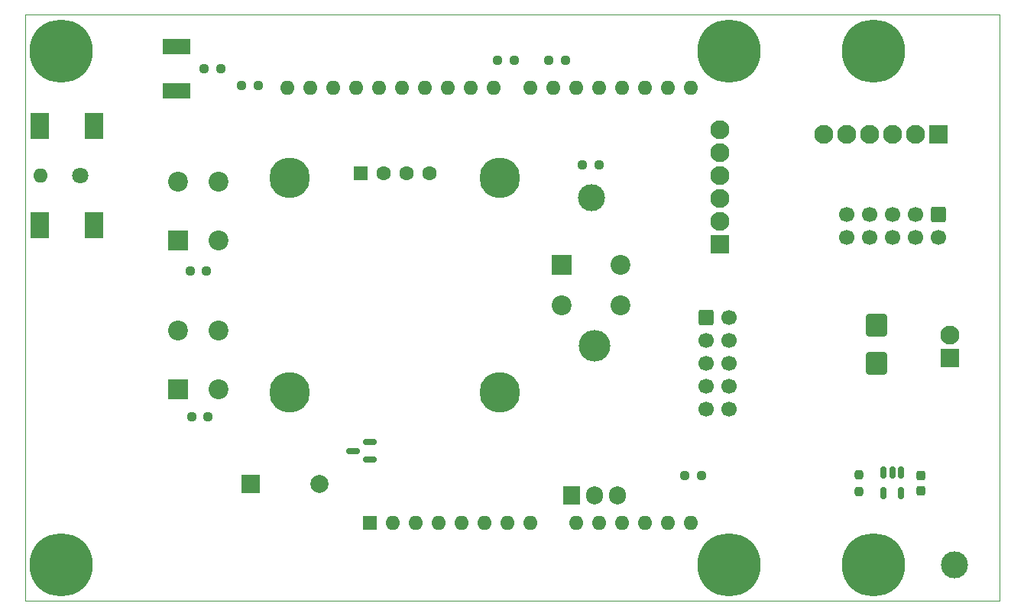
<source format=gbr>
%TF.GenerationSoftware,KiCad,Pcbnew,7.0.5*%
%TF.CreationDate,2024-03-02T19:22:21-05:00*%
%TF.ProjectId,moonratII,6d6f6f6e-7261-4744-9949-2e6b69636164,1.0*%
%TF.SameCoordinates,Original*%
%TF.FileFunction,Soldermask,Top*%
%TF.FilePolarity,Negative*%
%FSLAX46Y46*%
G04 Gerber Fmt 4.6, Leading zero omitted, Abs format (unit mm)*
G04 Created by KiCad (PCBNEW 7.0.5) date 2024-03-02 19:22:21*
%MOMM*%
%LPD*%
G01*
G04 APERTURE LIST*
G04 Aperture macros list*
%AMRoundRect*
0 Rectangle with rounded corners*
0 $1 Rounding radius*
0 $2 $3 $4 $5 $6 $7 $8 $9 X,Y pos of 4 corners*
0 Add a 4 corners polygon primitive as box body*
4,1,4,$2,$3,$4,$5,$6,$7,$8,$9,$2,$3,0*
0 Add four circle primitives for the rounded corners*
1,1,$1+$1,$2,$3*
1,1,$1+$1,$4,$5*
1,1,$1+$1,$6,$7*
1,1,$1+$1,$8,$9*
0 Add four rect primitives between the rounded corners*
20,1,$1+$1,$2,$3,$4,$5,0*
20,1,$1+$1,$4,$5,$6,$7,0*
20,1,$1+$1,$6,$7,$8,$9,0*
20,1,$1+$1,$8,$9,$2,$3,0*%
G04 Aperture macros list end*
%ADD10C,0.800000*%
%ADD11C,7.000000*%
%ADD12RoundRect,0.237500X0.250000X0.237500X-0.250000X0.237500X-0.250000X-0.237500X0.250000X-0.237500X0*%
%ADD13C,3.000000*%
%ADD14R,2.200000X2.200000*%
%ADD15C,2.200000*%
%ADD16R,2.100000X2.100000*%
%ADD17C,2.100000*%
%ADD18RoundRect,0.237500X0.237500X-0.250000X0.237500X0.250000X-0.237500X0.250000X-0.237500X-0.250000X0*%
%ADD19RoundRect,0.250000X-0.600000X0.600000X-0.600000X-0.600000X0.600000X-0.600000X0.600000X0.600000X0*%
%ADD20C,1.700000*%
%ADD21O,1.600000X1.600000*%
%ADD22C,1.800000*%
%ADD23R,2.000000X3.000000*%
%ADD24R,2.000000X2.999999*%
%ADD25RoundRect,0.237500X-0.250000X-0.237500X0.250000X-0.237500X0.250000X0.237500X-0.250000X0.237500X0*%
%ADD26R,3.150000X1.780000*%
%ADD27O,3.500000X3.500000*%
%ADD28R,1.905000X2.000000*%
%ADD29O,1.905000X2.000000*%
%ADD30R,2.000000X2.000000*%
%ADD31C,2.000000*%
%ADD32R,1.600000X1.600000*%
%ADD33C,1.600000*%
%ADD34C,4.500000*%
%ADD35RoundRect,0.250000X-0.900000X1.000000X-0.900000X-1.000000X0.900000X-1.000000X0.900000X1.000000X0*%
%ADD36RoundRect,0.237500X-0.237500X0.300000X-0.237500X-0.300000X0.237500X-0.300000X0.237500X0.300000X0*%
%ADD37RoundRect,0.150000X0.587500X0.150000X-0.587500X0.150000X-0.587500X-0.150000X0.587500X-0.150000X0*%
%ADD38RoundRect,0.150000X-0.150000X0.512500X-0.150000X-0.512500X0.150000X-0.512500X0.150000X0.512500X0*%
%ADD39RoundRect,0.250000X-0.600000X-0.600000X0.600000X-0.600000X0.600000X0.600000X-0.600000X0.600000X0*%
%TA.AperFunction,Profile*%
%ADD40C,0.100000*%
%TD*%
G04 APERTURE END LIST*
D10*
%TO.C,H2*%
X51375000Y-146000000D03*
X52143845Y-144143845D03*
X52143845Y-147856155D03*
X54000000Y-143375000D03*
D11*
X54000000Y-146000000D03*
D10*
X54000000Y-148625000D03*
X55856155Y-144143845D03*
X55856155Y-147856155D03*
X56625000Y-146000000D03*
%TD*%
D12*
%TO.C,R2*%
X104212500Y-90079714D03*
X102387500Y-90079714D03*
%TD*%
D13*
%TO.C,TP2*%
X153000000Y-146000000D03*
%TD*%
D14*
%TO.C,SW1*%
X67000000Y-110000000D03*
D15*
X67000000Y-103500000D03*
X71500000Y-110000000D03*
X71500000Y-103500000D03*
%TD*%
D10*
%TO.C,H3*%
X125375000Y-146000000D03*
X126143845Y-144143845D03*
X126143845Y-147856155D03*
X128000000Y-143375000D03*
D11*
X128000000Y-146000000D03*
D10*
X128000000Y-148625000D03*
X129856155Y-144143845D03*
X129856155Y-147856155D03*
X130625000Y-146000000D03*
%TD*%
D16*
%TO.C,J9*%
X151250000Y-98250000D03*
D17*
X148710000Y-98250000D03*
X146170000Y-98250000D03*
X143630000Y-98250000D03*
X141090000Y-98250000D03*
X138550000Y-98250000D03*
%TD*%
D18*
%TO.C,R7*%
X142400000Y-137842214D03*
X142400000Y-136017214D03*
%TD*%
D19*
%TO.C,J10*%
X151250000Y-107125000D03*
D20*
X151250000Y-109665000D03*
X148710000Y-107125000D03*
X148710000Y-109665000D03*
X146170000Y-107125000D03*
X146170000Y-109665000D03*
X143630000Y-107125000D03*
X143630000Y-109665000D03*
X141090000Y-107125000D03*
X141090000Y-109665000D03*
%TD*%
D21*
%TO.C,J1*%
X51750000Y-102800000D03*
D22*
X56150000Y-102800000D03*
D23*
X57650000Y-97300000D03*
X57650000Y-108300000D03*
X51650000Y-108300000D03*
D24*
X51650000Y-97300000D03*
%TD*%
D25*
%TO.C,R10*%
X74042000Y-92850714D03*
X75867000Y-92850714D03*
%TD*%
D12*
%TO.C,R3*%
X113585000Y-101600000D03*
X111760000Y-101600000D03*
%TD*%
D14*
%TO.C,SW3*%
X67000000Y-126500000D03*
D15*
X67000000Y-120000000D03*
X71500000Y-126500000D03*
X71500000Y-120000000D03*
%TD*%
D26*
%TO.C,F1*%
X66840707Y-93429293D03*
X66840707Y-88499293D03*
%TD*%
D16*
%TO.C,J6*%
X127000000Y-110450000D03*
D17*
X127000000Y-107910000D03*
X127000000Y-105370000D03*
X127000000Y-102830000D03*
X127000000Y-100290000D03*
X127000000Y-97750000D03*
%TD*%
D13*
%TO.C,TP1*%
X112749993Y-105250005D03*
%TD*%
D16*
%TO.C,J11*%
X152500000Y-123099714D03*
D17*
X152500000Y-120559714D03*
%TD*%
D10*
%TO.C,H6*%
X141375000Y-146000000D03*
X142143845Y-144143845D03*
X142143845Y-147856155D03*
X144000000Y-143375000D03*
D11*
X144000000Y-146000000D03*
D10*
X144000000Y-148625000D03*
X145856155Y-144143845D03*
X145856155Y-147856155D03*
X146625000Y-146000000D03*
%TD*%
D27*
%TO.C,Q1*%
X113090000Y-121669714D03*
D28*
X110550000Y-138329714D03*
D29*
X113090000Y-138329714D03*
X115630000Y-138329714D03*
%TD*%
D10*
%TO.C,H4*%
X125375000Y-89000000D03*
X126143845Y-87143845D03*
X126143845Y-90856155D03*
X128000000Y-86375000D03*
D11*
X128000000Y-89000000D03*
D10*
X128000000Y-91625000D03*
X129856155Y-87143845D03*
X129856155Y-90856155D03*
X130625000Y-89000000D03*
%TD*%
%TO.C,H1*%
X51375000Y-89000000D03*
X52143845Y-87143845D03*
X52143845Y-90856155D03*
X54000000Y-86375000D03*
D11*
X54000000Y-89000000D03*
D10*
X54000000Y-91625000D03*
X55856155Y-87143845D03*
X55856155Y-90856155D03*
X56625000Y-89000000D03*
%TD*%
D30*
%TO.C,BZ1*%
X75000000Y-137000000D03*
D31*
X82620000Y-137000000D03*
%TD*%
D12*
%TO.C,R4*%
X70312500Y-129600000D03*
X68487500Y-129600000D03*
%TD*%
D32*
%TO.C,J2*%
X87190000Y-102540000D03*
D33*
X89730000Y-102540000D03*
X92270000Y-102540000D03*
X94810000Y-102540000D03*
D34*
X79350000Y-103100000D03*
X102650000Y-103100000D03*
X79350000Y-126900000D03*
X102650000Y-126900000D03*
%TD*%
D14*
%TO.C,SW2*%
X109500000Y-112750000D03*
D15*
X116000000Y-112750000D03*
X109500000Y-117250000D03*
X116000000Y-117250000D03*
%TD*%
D35*
%TO.C,D1*%
X144400000Y-119380000D03*
X144400000Y-123680000D03*
%TD*%
D12*
%TO.C,R5*%
X70112500Y-113400000D03*
X68287500Y-113400000D03*
%TD*%
D25*
%TO.C,R1*%
X123137500Y-136079714D03*
X124962500Y-136079714D03*
%TD*%
D10*
%TO.C,H5*%
X141375000Y-89000000D03*
X142143845Y-87143845D03*
X142143845Y-90856155D03*
X144000000Y-86375000D03*
D11*
X144000000Y-89000000D03*
D10*
X144000000Y-91625000D03*
X145856155Y-87143845D03*
X145856155Y-90856155D03*
X146625000Y-89000000D03*
%TD*%
D12*
%TO.C,R9*%
X109875000Y-90079714D03*
X108050000Y-90079714D03*
%TD*%
D36*
%TO.C,C1*%
X149273000Y-136057214D03*
X149273000Y-137782214D03*
%TD*%
D37*
%TO.C,Q2*%
X88235000Y-134300000D03*
X88235000Y-132400000D03*
X86360000Y-133350000D03*
%TD*%
D38*
%TO.C,U1*%
X147050000Y-135792214D03*
X146100000Y-135792214D03*
X145150000Y-135792214D03*
X145150000Y-138067214D03*
X147050000Y-138067214D03*
%TD*%
D39*
%TO.C,J5*%
X125460000Y-118600000D03*
D20*
X128000000Y-118600000D03*
X125460000Y-121140000D03*
X128000000Y-121140000D03*
X125460000Y-123680000D03*
X128000000Y-123680000D03*
X125460000Y-126220000D03*
X128000000Y-126220000D03*
X125460000Y-128760000D03*
X128000000Y-128760000D03*
%TD*%
D12*
%TO.C,R6*%
X71699500Y-90945714D03*
X69874500Y-90945714D03*
%TD*%
D32*
%TO.C,A1*%
X88225000Y-141330000D03*
D21*
X90765000Y-141330000D03*
X93305000Y-141330000D03*
X95845000Y-141330000D03*
X98385000Y-141330000D03*
X100925000Y-141330000D03*
X103465000Y-141330000D03*
X106005000Y-141330000D03*
X111085000Y-141330000D03*
X113625000Y-141330000D03*
X116165000Y-141330000D03*
X118705000Y-141330000D03*
X121245000Y-141330000D03*
X123785000Y-141330000D03*
X123785000Y-93070000D03*
X121245000Y-93070000D03*
X118705000Y-93070000D03*
X116165000Y-93070000D03*
X113625000Y-93070000D03*
X111085000Y-93070000D03*
X108545000Y-93070000D03*
X106005000Y-93070000D03*
X101945000Y-93070000D03*
X99405000Y-93070000D03*
X96865000Y-93070000D03*
X94325000Y-93070000D03*
X91785000Y-93070000D03*
X89245000Y-93070000D03*
X86705000Y-93070000D03*
X84165000Y-93070000D03*
X81625000Y-93070000D03*
X79085000Y-93070000D03*
%TD*%
D40*
X50000000Y-150000000D02*
X158000000Y-150000000D01*
X158000000Y-85000000D02*
X50000000Y-85000000D01*
X50000000Y-85000000D02*
X50000000Y-150000000D01*
X158000000Y-150000000D02*
X158000000Y-85000000D01*
M02*

</source>
